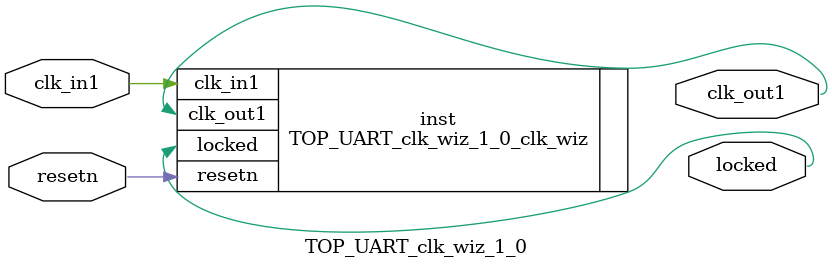
<source format=v>


`timescale 1ps/1ps

(* CORE_GENERATION_INFO = "TOP_UART_clk_wiz_1_0,clk_wiz_v6_0_9_0_0,{component_name=TOP_UART_clk_wiz_1_0,use_phase_alignment=true,use_min_o_jitter=false,use_max_i_jitter=false,use_dyn_phase_shift=false,use_inclk_switchover=false,use_dyn_reconfig=false,enable_axi=0,feedback_source=FDBK_AUTO,PRIMITIVE=MMCM,num_out_clk=1,clkin1_period=10.000,clkin2_period=10.000,use_power_down=false,use_reset=true,use_locked=true,use_inclk_stopped=false,feedback_type=SINGLE,CLOCK_MGR_TYPE=NA,manual_override=false}" *)

module TOP_UART_clk_wiz_1_0 
 (
  // Clock out ports
  output        clk_out1,
  // Status and control signals
  input         resetn,
  output        locked,
 // Clock in ports
  input         clk_in1
 );

  TOP_UART_clk_wiz_1_0_clk_wiz inst
  (
  // Clock out ports  
  .clk_out1(clk_out1),
  // Status and control signals               
  .resetn(resetn), 
  .locked(locked),
 // Clock in ports
  .clk_in1(clk_in1)
  );

endmodule

</source>
